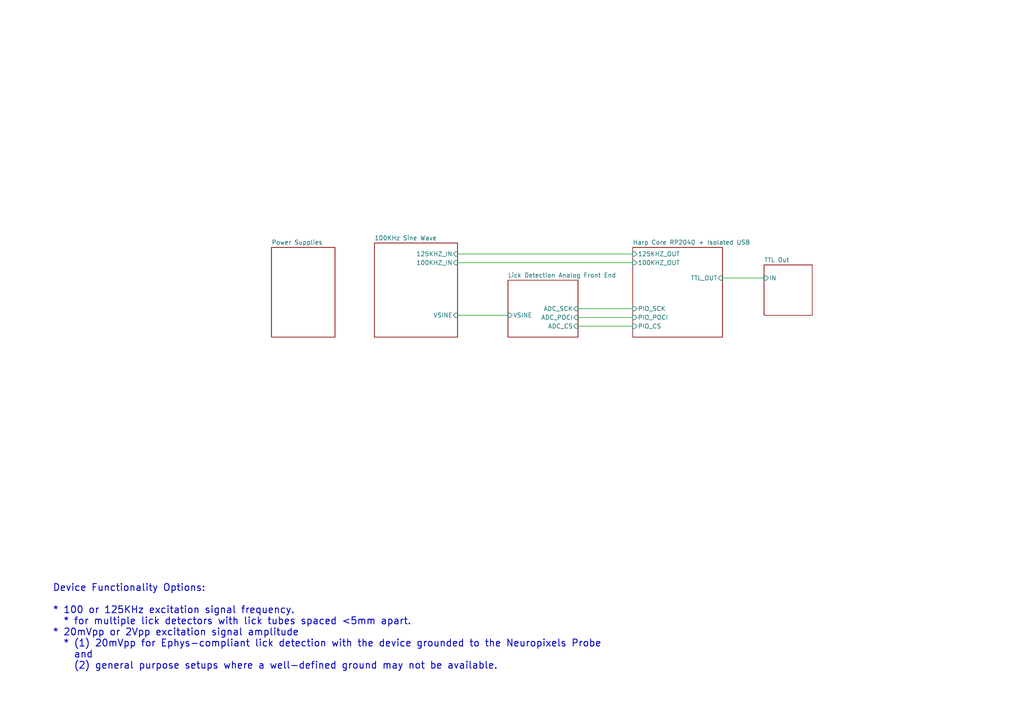
<source format=kicad_sch>
(kicad_sch
	(version 20231120)
	(generator "eeschema")
	(generator_version "8.0")
	(uuid "e63e39d7-6ac0-4ffd-8aa3-1841a4541b55")
	(paper "A4")
	(title_block
		(title "Lickety Split Capacitive Lick Detector Main Board")
		(date "2023-09-01")
		(rev "0.10")
		(company "The Allen Institute for Neural Dynamics")
	)
	(lib_symbols)
	(wire
		(pts
			(xy 132.715 91.44) (xy 147.32 91.44)
		)
		(stroke
			(width 0)
			(type default)
		)
		(uuid "146e9995-4d99-4f1b-8385-8949537123de")
	)
	(wire
		(pts
			(xy 167.64 94.615) (xy 183.515 94.615)
		)
		(stroke
			(width 0)
			(type default)
		)
		(uuid "17cb50dd-a89a-451a-8421-6b04b115aee6")
	)
	(wire
		(pts
			(xy 209.55 80.645) (xy 221.615 80.645)
		)
		(stroke
			(width 0)
			(type default)
		)
		(uuid "3ea93f64-c847-48c8-b764-112419df4b91")
	)
	(wire
		(pts
			(xy 167.64 92.075) (xy 183.515 92.075)
		)
		(stroke
			(width 0)
			(type default)
		)
		(uuid "76c7b997-06b6-4f33-b83b-04280149585a")
	)
	(wire
		(pts
			(xy 132.715 73.66) (xy 183.515 73.66)
		)
		(stroke
			(width 0)
			(type default)
		)
		(uuid "ca07f8cc-ffa2-4bec-b06d-ee1fa8aa040f")
	)
	(wire
		(pts
			(xy 167.64 89.535) (xy 183.515 89.535)
		)
		(stroke
			(width 0)
			(type default)
		)
		(uuid "dfadeea9-f205-47e7-8f67-6792f7e10dc9")
	)
	(wire
		(pts
			(xy 132.715 76.2) (xy 183.515 76.2)
		)
		(stroke
			(width 0)
			(type default)
		)
		(uuid "fc896abd-09f1-494d-847c-570e84e7f610")
	)
	(text "Device Functionality Options:\n\n* 100 or 125KHz excitation signal frequency.\n  * for multiple lick detectors with lick tubes spaced <5mm apart.\n* 20mVpp or 2Vpp excitation signal amplitude\n  * (1) 20mVpp for Ephys-compliant lick detection with the device grounded to the Neuropixels Probe\n    and\n    (2) general purpose setups where a well-defined ground may not be available."
		(exclude_from_sim no)
		(at 15.24 194.31 0)
		(effects
			(font
				(size 2 2)
				(thickness 0.254)
				(bold yes)
			)
			(justify left bottom)
		)
		(uuid "31c5d367-ec4c-47a0-994b-0527556999c4")
	)
	(sheet
		(at 221.615 76.835)
		(size 13.97 14.605)
		(fields_autoplaced yes)
		(stroke
			(width 0.1524)
			(type solid)
		)
		(fill
			(color 0 0 0 0.0000)
		)
		(uuid "36c9ca84-29d9-443b-8905-497529bf4302")
		(property "Sheetname" "TTL Out"
			(at 221.615 76.1234 0)
			(effects
				(font
					(size 1.27 1.27)
				)
				(justify left bottom)
			)
		)
		(property "Sheetfile" "sma_ttl_out.kicad_sch"
			(at 221.615 92.0246 0)
			(effects
				(font
					(size 1.27 1.27)
				)
				(justify left top)
				(hide yes)
			)
		)
		(pin "IN" input
			(at 221.615 80.645 180)
			(effects
				(font
					(size 1.27 1.27)
				)
				(justify left)
			)
			(uuid "9a2865e5-2777-4599-ae08-5f4db45b7d02")
		)
		(instances
			(project "main_board"
				(path "/e63e39d7-6ac0-4ffd-8aa3-1841a4541b55"
					(page "4")
				)
			)
		)
	)
	(sheet
		(at 108.585 70.485)
		(size 24.13 27.305)
		(fields_autoplaced yes)
		(stroke
			(width 0.1524)
			(type solid)
		)
		(fill
			(color 0 0 0 0.0000)
		)
		(uuid "4df88917-387d-4e6a-a0c2-9efea845a08d")
		(property "Sheetname" "100KHz Sine Wave"
			(at 108.585 69.7734 0)
			(effects
				(font
					(size 1.27 1.27)
				)
				(justify left bottom)
			)
		)
		(property "Sheetfile" "function_generator.kicad_sch"
			(at 108.585 98.3746 0)
			(effects
				(font
					(size 1.27 1.27)
				)
				(justify left top)
				(hide yes)
			)
		)
		(pin "VSINE" input
			(at 132.715 91.44 0)
			(effects
				(font
					(size 1.27 1.27)
				)
				(justify right)
			)
			(uuid "174b2624-3254-4a43-b64a-0fbf38550173")
		)
		(pin "125KHZ_IN" input
			(at 132.715 73.66 0)
			(effects
				(font
					(size 1.27 1.27)
				)
				(justify right)
			)
			(uuid "a90335e9-bbfb-4a71-8a18-b892db622ff6")
		)
		(pin "100KHZ_IN" input
			(at 132.715 76.2 0)
			(effects
				(font
					(size 1.27 1.27)
				)
				(justify right)
			)
			(uuid "f1d44e4e-3ca8-491d-bdaa-e7da3f95eae6")
		)
		(instances
			(project "main_board"
				(path "/e63e39d7-6ac0-4ffd-8aa3-1841a4541b55"
					(page "5")
				)
			)
		)
	)
	(sheet
		(at 147.32 81.28)
		(size 20.32 16.51)
		(fields_autoplaced yes)
		(stroke
			(width 0.1524)
			(type solid)
		)
		(fill
			(color 0 0 0 0.0000)
		)
		(uuid "8b2c79bc-d662-4528-ac6e-e4616ba8e8ad")
		(property "Sheetname" "Lick Detection Analog Front End"
			(at 147.32 80.5684 0)
			(effects
				(font
					(size 1.27 1.27)
				)
				(justify left bottom)
			)
		)
		(property "Sheetfile" "lick_detection_afe.kicad_sch"
			(at 147.32 98.3746 0)
			(effects
				(font
					(size 1.27 1.27)
				)
				(justify left top)
				(hide yes)
			)
		)
		(pin "VSINE" input
			(at 147.32 91.44 180)
			(effects
				(font
					(size 1.27 1.27)
				)
				(justify left)
			)
			(uuid "1e80ca4f-8ae9-4572-93cf-e73646f8fb0e")
		)
		(pin "ADC_SCK" input
			(at 167.64 89.535 0)
			(effects
				(font
					(size 1.27 1.27)
				)
				(justify right)
			)
			(uuid "689a19b9-fbad-4e91-a03b-59475094bdb1")
		)
		(pin "ADC_CS" input
			(at 167.64 94.615 0)
			(effects
				(font
					(size 1.27 1.27)
				)
				(justify right)
			)
			(uuid "c57c2f3d-05a4-4a47-8ade-a2596d80efba")
		)
		(pin "ADC_POCI" input
			(at 167.64 92.075 0)
			(effects
				(font
					(size 1.27 1.27)
				)
				(justify right)
			)
			(uuid "0b29f04b-2349-42fe-b329-27620a2abe57")
		)
		(instances
			(project "main_board"
				(path "/e63e39d7-6ac0-4ffd-8aa3-1841a4541b55"
					(page "3")
				)
			)
		)
	)
	(sheet
		(at 78.74 71.755)
		(size 18.415 26.035)
		(fields_autoplaced yes)
		(stroke
			(width 0.1524)
			(type solid)
		)
		(fill
			(color 0 0 0 0.0000)
		)
		(uuid "b51b21ef-b374-4f9f-a058-7db9b64fdf4a")
		(property "Sheetname" "Power Supplies"
			(at 78.74 71.0434 0)
			(effects
				(font
					(size 1.27 1.27)
				)
				(justify left bottom)
			)
		)
		(property "Sheetfile" "board_power.kicad_sch"
			(at 78.74 98.3746 0)
			(effects
				(font
					(size 1.27 1.27)
				)
				(justify left top)
				(hide yes)
			)
		)
		(instances
			(project "main_board"
				(path "/e63e39d7-6ac0-4ffd-8aa3-1841a4541b55"
					(page "6")
				)
			)
		)
	)
	(sheet
		(at 183.515 71.755)
		(size 26.035 26.035)
		(fields_autoplaced yes)
		(stroke
			(width 0.1524)
			(type solid)
		)
		(fill
			(color 0 0 0 0.0000)
		)
		(uuid "eb8325ca-9747-4676-8e08-1fb825a7219f")
		(property "Sheetname" "Harp Core RP2040 + Isolated USB"
			(at 183.515 71.0434 0)
			(effects
				(font
					(size 1.27 1.27)
				)
				(justify left bottom)
			)
		)
		(property "Sheetfile" "isolated_usb_rp2040.kicad_sch"
			(at 183.515 98.3746 0)
			(effects
				(font
					(size 1.27 1.27)
				)
				(justify left top)
				(hide yes)
			)
		)
		(pin "TTL_OUT" input
			(at 209.55 80.645 0)
			(effects
				(font
					(size 1.27 1.27)
				)
				(justify right)
			)
			(uuid "2bd1f224-709c-4d01-a2d1-3b0cb7b5d51e")
		)
		(pin "PIO_SCK" input
			(at 183.515 89.535 180)
			(effects
				(font
					(size 1.27 1.27)
				)
				(justify left)
			)
			(uuid "7e70b3da-6fa4-4d63-9435-b599b4019b4c")
		)
		(pin "PIO_POCI" input
			(at 183.515 92.075 180)
			(effects
				(font
					(size 1.27 1.27)
				)
				(justify left)
			)
			(uuid "4a4ecc44-08c6-4a71-a5a0-bb5e1939b357")
		)
		(pin "PIO_CS" input
			(at 183.515 94.615 180)
			(effects
				(font
					(size 1.27 1.27)
				)
				(justify left)
			)
			(uuid "1578c60c-7ed3-4240-99ee-8df901b19c54")
		)
		(pin "100KHZ_OUT" input
			(at 183.515 76.2 180)
			(effects
				(font
					(size 1.27 1.27)
				)
				(justify left)
			)
			(uuid "6cdafcc6-12f6-4899-813b-dec93ee6e27f")
		)
		(pin "125KHZ_OUT" input
			(at 183.515 73.66 180)
			(effects
				(font
					(size 1.27 1.27)
				)
				(justify left)
			)
			(uuid "a714223a-3d5a-4bc8-98ed-b92c0173bd0c")
		)
		(instances
			(project "main_board"
				(path "/e63e39d7-6ac0-4ffd-8aa3-1841a4541b55"
					(page "2")
				)
			)
		)
	)
	(sheet_instances
		(path "/"
			(page "1")
		)
	)
)

</source>
